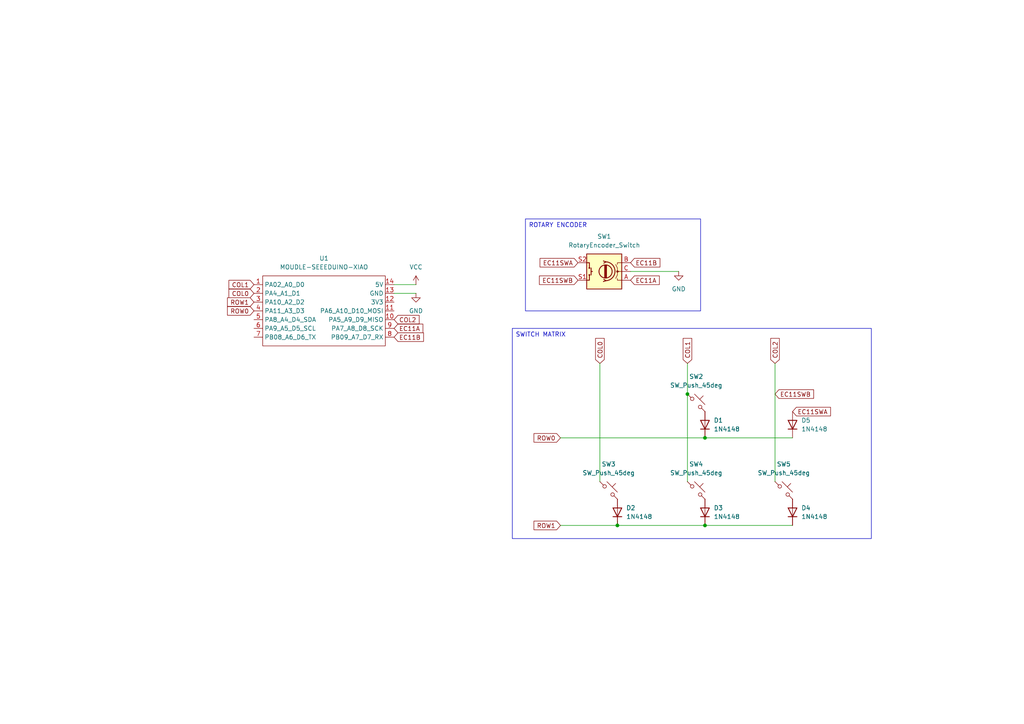
<source format=kicad_sch>
(kicad_sch (version 20231120) (generator "eeschema") (generator_version "8.0")
  (paper "A4")
  (lib_symbols
    (symbol "Device:RotaryEncoder_Switch" (pin_names (offset 0.254) hide)
      (property "Reference" "SW" (at 0 6.604 0))
      (property "Value" "RotaryEncoder_Switch" (at 0 -6.604 0))
      (symbol "RotaryEncoder_Switch_0_1"
        (rectangle (start -5.08 5.08) (end 5.08 -5.08) (stroke (width 0.254)) (fill (type background)))
        (circle (center -3.81 0) (radius 0.254) (fill (type outline)))
        (circle (center -0.381 0) (radius 1.905) (stroke (width 0.254)))
        (arc (start -0.381 2.667) (mid -3.0988 -0.0635) (end -0.381 -2.794) (stroke (width 0.254)))
        (polyline (pts (xy -0.635 -1.778) (xy -0.635 1.778)) (stroke (width 0.254)))
        (polyline (pts (xy -0.381 -1.778) (xy -0.381 1.778)) (stroke (width 0.254)))
        (polyline (pts (xy -0.127 1.778) (xy -0.127 -1.778)) (stroke (width 0.254)))
        (polyline (pts (xy 3.81 0) (xy 3.429 0)) (stroke (width 0.254)))
        (polyline (pts (xy 3.81 1.016) (xy 3.81 -1.016)) (stroke (width 0.254)))
        (polyline (pts (xy -5.08 -2.54) (xy -3.81 -2.54) (xy -3.81 -2.032)))
        (polyline (pts (xy -5.08 2.54) (xy -3.81 2.54) (xy -3.81 2.032)))
        (polyline (pts (xy 0.254 -3.048) (xy -0.508 -2.794) (xy 0.127 -2.413)) (stroke (width 0.254)))
        (polyline (pts (xy 0.254 2.921) (xy -0.508 2.667) (xy 0.127 2.286)) (stroke (width 0.254)))
        (polyline (pts (xy 5.08 -2.54) (xy 4.318 -2.54) (xy 4.318 -1.016)) (stroke (width 0.254)))
        (polyline (pts (xy 5.08 2.54) (xy 4.318 2.54) (xy 4.318 1.016)) (stroke (width 0.254)))
        (polyline (pts (xy -5.08 0) (xy -3.81 0) (xy -3.81 -1.016) (xy -3.302 -2.032)))
        (polyline (pts (xy -4.318 0) (xy -3.81 0) (xy -3.81 1.016) (xy -3.302 2.032)))
        (circle (center 4.318 -1.016) (radius 0.127) (stroke (width 0.254)))
        (circle (center 4.318 1.016) (radius 0.127) (stroke (width 0.254)))
      )
      (symbol "RotaryEncoder_Switch_1_1"
        (pin passive line (at -7.62 2.54 0) (length 2.54) (name "A") (number "A"))
        (pin passive line (at -7.62 -2.54 0) (length 2.54) (name "B") (number "B"))
        (pin passive line (at -7.62 0 0) (length 2.54) (name "C") (number "C"))
        (pin passive line (at 7.62 2.54 180) (length 2.54) (name "S1") (number "S1"))
        (pin passive line (at 7.62 -2.54 180) (length 2.54) (name "S2") (number "S2"))
      )
    )
    (symbol "Diode:1N4148" (pin_numbers hide) (pin_names hide)
      (property "Reference" "D" (at 0 2.54 0))
      (property "Value" "1N4148" (at 0 -2.54 0))
      (symbol "1N4148_0_1"
        (polyline (pts (xy -1.27 1.27) (xy -1.27 -1.27)) (stroke (width 0.254)))
        (polyline (pts (xy 1.27 0) (xy -1.27 0)))
        (polyline (pts (xy 1.27 1.27) (xy 1.27 -1.27) (xy -1.27 0) (xy 1.27 1.27)) (stroke (width 0.254)))
      )
      (symbol "1N4148_1_1"
        (pin passive line (at -3.81 0 0) (length 2.54) (name "K") (number "1"))
        (pin passive line (at 3.81 0 180) (length 2.54) (name "A") (number "2"))
      )
    )
    (symbol "Switch:SW_Push_45deg" (pin_numbers hide) (pin_names (offset 1.016) hide)
      (property "Reference" "SW" (at 3.048 1.016 0))
      (property "Value" "SW_Push_45deg" (at 0 -3.81 0))
      (symbol "SW_Push_45deg_0_1"
        (circle (center -1.1684 1.1684) (radius 0.508))
        (polyline (pts (xy -0.508 2.54) (xy 2.54 -0.508)))
        (polyline (pts (xy 1.016 1.016) (xy 2.032 2.032)))
        (polyline (pts (xy -2.54 2.54) (xy -1.524 1.524) (xy -1.524 1.524)))
        (polyline (pts (xy 1.524 -1.524) (xy 2.54 -2.54) (xy 2.54 -2.54) (xy 2.54 -2.54)))
        (circle (center 1.143 -1.1938) (radius 0.508))
        (pin passive line (at -2.54 2.54 0) (length 0) (name "1") (number "1"))
        (pin passive line (at 2.54 -2.54 180) (length 0) (name "2") (number "2"))
      )
    )
    (symbol "XIAO_RP2040:MOUDLE-SEEEDUINO-XIAO"
      (property "Reference" "U" (at -16.51 11.43 0))
      (property "Value" "MOUDLE-SEEEDUINO-XIAO" (at -3.81 -11.43 0))
      (symbol "MOUDLE-SEEEDUINO-XIAO_0_1"
        (rectangle (start -16.51 10.16) (end 19.05 -10.16))
      )
      (symbol "MOUDLE-SEEEDUINO-XIAO_1_1"
        (pin passive line (at -19.05 7.62 0) (length 2.54) (name "PA02_A0_D0") (number "1"))
        (pin passive line (at 21.59 -2.54 180) (length 2.54) (name "PA5_A9_D9_MISO") (number "10"))
        (pin passive line (at 21.59 0 180) (length 2.54) (name "PA6_A10_D10_MOSI") (number "11"))
        (pin passive line (at 21.59 2.54 180) (length 2.54) (name "3V3") (number "12"))
        (pin passive line (at 21.59 5.08 180) (length 2.54) (name "GND") (number "13"))
        (pin passive line (at 21.59 7.62 180) (length 2.54) (name "5V") (number "14"))
        (pin passive line (at -19.05 5.08 0) (length 2.54) (name "PA4_A1_D1") (number "2"))
        (pin passive line (at -19.05 2.54 0) (length 2.54) (name "PA10_A2_D2") (number "3"))
        (pin passive line (at -19.05 0 0) (length 2.54) (name "PA11_A3_D3") (number "4"))
        (pin passive line (at -19.05 -2.54 0) (length 2.54) (name "PA8_A4_D4_SDA") (number "5"))
        (pin passive line (at -19.05 -5.08 0) (length 2.54) (name "PA9_A5_D5_SCL") (number "6"))
        (pin passive line (at -19.05 -7.62 0) (length 2.54) (name "PB08_A6_D6_TX") (number "7"))
        (pin passive line (at 21.59 -7.62 180) (length 2.54) (name "PB09_A7_D7_RX") (number "8"))
        (pin passive line (at 21.59 -5.08 180) (length 2.54) (name "PA7_A8_D8_SCK") (number "9"))
      )
    )
    (symbol "power:GND" (power) (pin_numbers hide) (pin_names (offset 0) hide)
      (property "Value" "GND" (at 0 -3.81 0))
      (symbol "GND_0_1"
        (polyline (pts (xy 0 0) (xy 0 -1.27) (xy 1.27 -1.27) (xy 0 -2.54) (xy -1.27 -1.27) (xy 0 -1.27)))
      )
      (symbol "GND_1_1"
        (pin power_in line (at 0 0 270) (length 0) (name "~") (number "1"))
      )
    )
    (symbol "power:VCC" (power) (pin_numbers hide) (pin_names (offset 0) hide)
      (property "Value" "VCC" (at 0 3.556 0))
      (symbol "VCC_0_1"
        (polyline (pts (xy -0.762 1.27) (xy 0 2.54)))
        (polyline (pts (xy 0 0) (xy 0 2.54)))
        (polyline (pts (xy 0 2.54) (xy 0.762 1.27)))
      )
      (symbol "VCC_1_1"
        (pin power_in line (at 0 0 90) (length 0) (name "~") (number "1"))
      )
    )
  )
  (junction (at 179.07 152.4))
  (junction (at 204.47 152.4))
  (junction (at 199.39 114.3))
  (junction (at 204.47 127))
  (wire (pts (xy 114.3 85.09) (xy 120.65 85.09)))
  (wire (pts (xy 114.3 82.55) (xy 120.65 82.55)))
  (wire (pts (xy 162.56 127) (xy 204.47 127)))
  (wire (pts (xy 204.47 127) (xy 229.87 127)))
  (wire (pts (xy 199.39 105.41) (xy 199.39 114.3)))
  (wire (pts (xy 199.39 114.3) (xy 199.39 139.7)))
  (wire (pts (xy 179.07 151.13) (xy 179.07 152.4)))
  (wire (pts (xy 204.47 152.4) (xy 229.87 152.4)))
  (wire (pts (xy 224.79 105.41) (xy 224.79 139.7)))
  (wire (pts (xy 173.99 105.41) (xy 173.99 139.7)))
  (wire (pts (xy 162.56 152.4) (xy 179.07 152.4)))
  (wire (pts (xy 179.07 152.4) (xy 204.47 152.4)))
  (wire (pts (xy 182.88 78.74) (xy 196.85 78.74)))
  (text_box "ROTARY ENCODER\n" (at 152.4 63.5 0) (size 50.8 26.67) (effects (font (size 1.27 1.27)) (justify left top)))
  (text_box "SWITCH MATRIX\n" (at 148.59 95.25 0) (size 104.14 60.96) (effects (font (size 1.27 1.27)) (justify left top)))
  (global_label "EC11SWB" (shape input) (at 167.64 81.28 180) (property "Intersheetrefs" "${INTERSHEET_REFS}" (effects (hide yes))))
  (global_label "EC11A" (shape input) (at 182.88 81.28 0) (property "Intersheetrefs" "${INTERSHEET_REFS}" (effects (hide yes))))
  (global_label "COL2" (shape input) (at 224.79 105.41 90) (property "Intersheetrefs" "${INTERSHEET_REFS}" (effects (hide yes))))
  (global_label "ROW0" (shape input) (at 73.66 90.17 180) (property "Intersheetrefs" "${INTERSHEET_REFS}" (effects (hide yes))))
  (global_label "ROW1" (shape input) (at 162.56 152.4 180) (property "Intersheetrefs" "${INTERSHEET_REFS}" (effects (hide yes))))
  (global_label "EC11SWA" (shape input) (at 167.64 76.2 180) (property "Intersheetrefs" "${INTERSHEET_REFS}" (effects (hide yes))))
  (global_label "EC11SWA" (shape input) (at 229.87 119.38 0) (property "Intersheetrefs" "${INTERSHEET_REFS}" (effects (hide yes))))
  (global_label "ROW1" (shape input) (at 73.66 87.63 180) (property "Intersheetrefs" "${INTERSHEET_REFS}" (effects (hide yes))))
  (global_label "COL1" (shape input) (at 73.66 82.55 180) (property "Intersheetrefs" "${INTERSHEET_REFS}" (effects (hide yes))))
  (global_label "EC11A" (shape input) (at 114.3 95.25 0) (property "Intersheetrefs" "${INTERSHEET_REFS}" (effects (hide yes))))
  (global_label "EC11SWB" (shape input) (at 224.79 114.3 0) (property "Intersheetrefs" "${INTERSHEET_REFS}" (effects (hide yes))))
  (global_label "EC11B" (shape input) (at 182.88 76.2 0) (property "Intersheetrefs" "${INTERSHEET_REFS}" (effects (hide yes))))
  (global_label "ROW0" (shape input) (at 162.56 127 180) (property "Intersheetrefs" "${INTERSHEET_REFS}" (effects (hide yes))))
  (global_label "EC11B" (shape input) (at 114.3 97.79 0) (property "Intersheetrefs" "${INTERSHEET_REFS}" (effects (hide yes))))
  (global_label "COL2" (shape input) (at 114.3 92.71 0) (property "Intersheetrefs" "${INTERSHEET_REFS}" (effects (hide yes))))
  (global_label "COL0" (shape input) (at 73.66 85.09 180) (property "Intersheetrefs" "${INTERSHEET_REFS}" (effects (hide yes))))
  (global_label "COL1" (shape input) (at 199.39 105.41 90) (property "Intersheetrefs" "${INTERSHEET_REFS}" (effects (hide yes))))
  (global_label "COL0" (shape input) (at 173.99 105.41 90) (property "Intersheetrefs" "${INTERSHEET_REFS}" (effects (hide yes))))
  (symbol (lib_id "Switch:SW_Push_45deg") (at 201.93 142.24 0) (unit 1)
    (property "Reference" "SW4" (at 201.93 134.62 0))
    (property "Value" "SW_Push_45deg" (at 201.93 137.16 0))
    (property "Footprint" "Button_Switch_Keyboard:SW_Cherry_MX_1.00u_PCB" (effects (hide yes)))
    (property "Description" "Push button switch, normally open, two pins, 45° tilted" (effects (hide yes)))
  )
  (symbol (lib_id "Switch:SW_Push_45deg") (at 176.53 142.24 0) (unit 1)
    (property "Reference" "SW3" (at 176.53 134.62 0))
    (property "Value" "SW_Push_45deg" (at 176.53 137.16 0))
    (property "Footprint" "Button_Switch_Keyboard:SW_Cherry_MX_1.00u_PCB" (effects (hide yes)))
    (property "Description" "Push button switch, normally open, two pins, 45° tilted" (effects (hide yes)))
  )
  (symbol (lib_id "Diode:1N4148") (at 229.87 123.19 90) (unit 1)
    (property "Reference" "D5" (at 232.41 121.9199 90) (effects (justify right)))
    (property "Value" "1N4148" (at 232.41 124.4599 90) (effects (justify right)))
    (property "Footprint" "Diode_THT:D_DO-35_SOD27_P7.62mm_Horizontal" (effects (hide yes)))
    (property "Datasheet" "https://assets.nexperia.com/documents/data-sheet/1N4148_1N4448.pdf" (effects (hide yes)))
    (property "Description" "100V 0.15A standard switching diode, DO-35" (effects (hide yes)))
    (property "Sim.Device" "D" (effects (hide yes)))
    (property "Sim.Pins" "1=K 2=A" (effects (hide yes)))
  )
  (symbol (lib_id "Switch:SW_Push_45deg") (at 227.33 142.24 0) (unit 1)
    (property "Reference" "SW5" (at 227.33 134.62 0))
    (property "Value" "SW_Push_45deg" (at 227.33 137.16 0))
    (property "Footprint" "Button_Switch_Keyboard:SW_Cherry_MX_1.00u_PCB" (effects (hide yes)))
    (property "Description" "Push button switch, normally open, two pins, 45° tilted" (effects (hide yes)))
  )
  (symbol (lib_id "XIAO_RP2040:MOUDLE-SEEEDUINO-XIAO") (at 92.71 90.17 0) (unit 1)
    (property "Reference" "U1" (at 93.98 74.93 0))
    (property "Value" "MOUDLE-SEEEDUINO-XIAO" (at 93.98 77.47 0))
    (property "Footprint" "footprints:XIAO-Generic-Hybrid-14P-2.54-21X17.8MM" (effects (hide yes)))
  )
  (symbol (lib_id "Diode:1N4148") (at 204.47 123.19 90) (unit 1)
    (property "Reference" "D1" (at 207.01 121.9199 90) (effects (justify right)))
    (property "Value" "1N4148" (at 207.01 124.4599 90) (effects (justify right)))
    (property "Footprint" "Diode_THT:D_DO-35_SOD27_P7.62mm_Horizontal" (effects (hide yes)))
    (property "Datasheet" "https://assets.nexperia.com/documents/data-sheet/1N4148_1N4448.pdf" (effects (hide yes)))
    (property "Description" "100V 0.15A standard switching diode, DO-35" (effects (hide yes)))
    (property "Sim.Device" "D" (effects (hide yes)))
    (property "Sim.Pins" "1=K 2=A" (effects (hide yes)))
  )
  (symbol (lib_id "Device:RotaryEncoder_Switch") (at 175.26 78.74 180) (unit 1)
    (property "Reference" "SW1" (at 175.26 68.58 0))
    (property "Value" "RotaryEncoder_Switch" (at 175.26 71.12 0))
    (property "Footprint" "Rotary_Encoder:RotaryEncoder_Alps_EC11E-Switch_Vertical_H20mm" (effects (hide yes)))
    (property "Description" "Rotary encoder, dual channel, incremental quadrate outputs, with switch" (effects (hide yes)))
  )
  (symbol (lib_id "Diode:1N4148") (at 179.07 148.59 90) (unit 1)
    (property "Reference" "D2" (at 181.61 147.3199 90) (effects (justify right)))
    (property "Value" "1N4148" (at 181.61 149.8599 90) (effects (justify right)))
    (property "Footprint" "Diode_THT:D_DO-35_SOD27_P7.62mm_Horizontal" (effects (hide yes)))
    (property "Datasheet" "https://assets.nexperia.com/documents/data-sheet/1N4148_1N4448.pdf" (effects (hide yes)))
    (property "Description" "100V 0.15A standard switching diode, DO-35" (effects (hide yes)))
    (property "Sim.Device" "D" (effects (hide yes)))
    (property "Sim.Pins" "1=K 2=A" (effects (hide yes)))
  )
  (symbol (lib_id "power:VCC") (at 120.65 82.55 0) (unit 1)
    (property "Reference" "#PWR05" (effects (hide yes)))
    (property "Value" "VCC" (at 120.65 77.47 0))
    (property "Description" "Power symbol creates a global label with name \"VCC\"" (effects (hide yes)))
  )
  (symbol (lib_id "power:GND") (at 120.65 85.09 0) (unit 1)
    (property "Reference" "#PWR02" (effects (hide yes)))
    (property "Value" "GND" (at 120.65 90.17 0))
    (property "Description" "Power symbol creates a global label with name \"GND\" , ground" (effects (hide yes)))
  )
  (symbol (lib_id "Diode:1N4148") (at 204.47 148.59 90) (unit 1)
    (property "Reference" "D3" (at 207.01 147.3199 90) (effects (justify right)))
    (property "Value" "1N4148" (at 207.01 149.8599 90) (effects (justify right)))
    (property "Footprint" "Diode_THT:D_DO-35_SOD27_P7.62mm_Horizontal" (effects (hide yes)))
    (property "Datasheet" "https://assets.nexperia.com/documents/data-sheet/1N4148_1N4448.pdf" (effects (hide yes)))
    (property "Description" "100V 0.15A standard switching diode, DO-35" (effects (hide yes)))
    (property "Sim.Device" "D" (effects (hide yes)))
    (property "Sim.Pins" "1=K 2=A" (effects (hide yes)))
  )
  (symbol (lib_id "power:GND") (at 196.85 78.74 0) (unit 1)
    (property "Reference" "#PWR01" (effects (hide yes)))
    (property "Value" "GND" (at 196.85 83.82 0))
    (property "Description" "Power symbol creates a global label with name \"GND\" , ground" (effects (hide yes)))
  )
  (symbol (lib_id "Switch:SW_Push_45deg") (at 201.93 116.84 0) (unit 1)
    (property "Reference" "SW2" (at 201.93 109.22 0))
    (property "Value" "SW_Push_45deg" (at 201.93 111.76 0))
    (property "Footprint" "Button_Switch_Keyboard:SW_Cherry_MX_1.00u_PCB" (effects (hide yes)))
    (property "Description" "Push button switch, normally open, two pins, 45° tilted" (effects (hide yes)))
  )
  (symbol (lib_id "Diode:1N4148") (at 229.87 148.59 90) (unit 1)
    (property "Reference" "D4" (at 232.41 147.3199 90) (effects (justify right)))
    (property "Value" "1N4148" (at 232.41 149.8599 90) (effects (justify right)))
    (property "Footprint" "Diode_THT:D_DO-35_SOD27_P7.62mm_Horizontal" (effects (hide yes)))
    (property "Datasheet" "https://assets.nexperia.com/documents/data-sheet/1N4148_1N4448.pdf" (effects (hide yes)))
    (property "Description" "100V 0.15A standard switching diode, DO-35" (effects (hide yes)))
    (property "Sim.Device" "D" (effects (hide yes)))
    (property "Sim.Pins" "1=K 2=A" (effects (hide yes)))
  )
)
</source>
